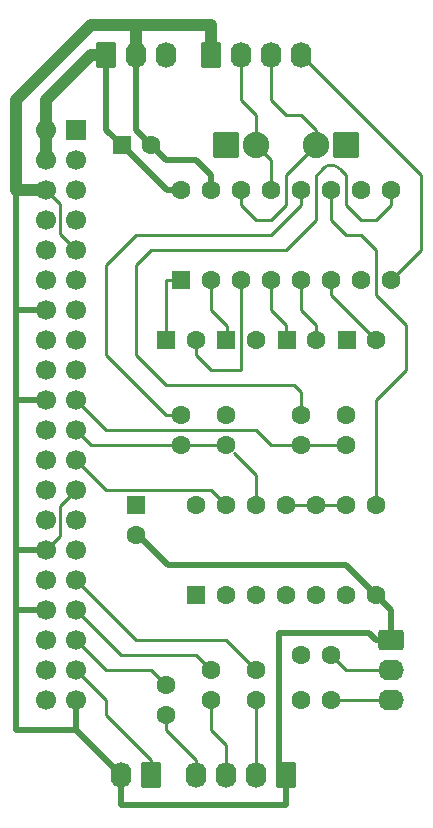
<source format=gbr>
%TF.GenerationSoftware,KiCad,Pcbnew,9.0.4-9.0.4-0~ubuntu24.04.1*%
%TF.CreationDate,2025-08-22T14:39:44+02:00*%
%TF.ProjectId,v10-3,7631302d-332e-46b6-9963-61645f706362,rev?*%
%TF.SameCoordinates,Original*%
%TF.FileFunction,Copper,L2,Bot*%
%TF.FilePolarity,Positive*%
%FSLAX46Y46*%
G04 Gerber Fmt 4.6, Leading zero omitted, Abs format (unit mm)*
G04 Created by KiCad (PCBNEW 9.0.4-9.0.4-0~ubuntu24.04.1) date 2025-08-22 14:39:44*
%MOMM*%
%LPD*%
G01*
G04 APERTURE LIST*
G04 Aperture macros list*
%AMRoundRect*
0 Rectangle with rounded corners*
0 $1 Rounding radius*
0 $2 $3 $4 $5 $6 $7 $8 $9 X,Y pos of 4 corners*
0 Add a 4 corners polygon primitive as box body*
4,1,4,$2,$3,$4,$5,$6,$7,$8,$9,$2,$3,0*
0 Add four circle primitives for the rounded corners*
1,1,$1+$1,$2,$3*
1,1,$1+$1,$4,$5*
1,1,$1+$1,$6,$7*
1,1,$1+$1,$8,$9*
0 Add four rect primitives between the rounded corners*
20,1,$1+$1,$2,$3,$4,$5,0*
20,1,$1+$1,$4,$5,$6,$7,0*
20,1,$1+$1,$6,$7,$8,$9,0*
20,1,$1+$1,$8,$9,$2,$3,0*%
G04 Aperture macros list end*
%TA.AperFunction,ComponentPad*%
%ADD10RoundRect,0.250000X0.550000X-0.550000X0.550000X0.550000X-0.550000X0.550000X-0.550000X-0.550000X0*%
%TD*%
%TA.AperFunction,ComponentPad*%
%ADD11C,1.600000*%
%TD*%
%TA.AperFunction,ComponentPad*%
%ADD12RoundRect,0.250000X-0.845000X0.620000X-0.845000X-0.620000X0.845000X-0.620000X0.845000X0.620000X0*%
%TD*%
%TA.AperFunction,ComponentPad*%
%ADD13O,2.190000X1.740000*%
%TD*%
%TA.AperFunction,ComponentPad*%
%ADD14RoundRect,0.250000X-0.550000X0.550000X-0.550000X-0.550000X0.550000X-0.550000X0.550000X0.550000X0*%
%TD*%
%TA.AperFunction,ComponentPad*%
%ADD15RoundRect,0.250000X0.620000X0.845000X-0.620000X0.845000X-0.620000X-0.845000X0.620000X-0.845000X0*%
%TD*%
%TA.AperFunction,ComponentPad*%
%ADD16O,1.740000X2.190000*%
%TD*%
%TA.AperFunction,ComponentPad*%
%ADD17RoundRect,0.250000X-0.870000X-0.870000X0.870000X-0.870000X0.870000X0.870000X-0.870000X0.870000X0*%
%TD*%
%TA.AperFunction,ComponentPad*%
%ADD18C,2.240000*%
%TD*%
%TA.AperFunction,ComponentPad*%
%ADD19RoundRect,0.250000X-0.550000X-0.550000X0.550000X-0.550000X0.550000X0.550000X-0.550000X0.550000X0*%
%TD*%
%TA.AperFunction,ComponentPad*%
%ADD20RoundRect,0.250000X-0.620000X-0.845000X0.620000X-0.845000X0.620000X0.845000X-0.620000X0.845000X0*%
%TD*%
%TA.AperFunction,ComponentPad*%
%ADD21RoundRect,0.250000X0.870000X0.870000X-0.870000X0.870000X-0.870000X-0.870000X0.870000X-0.870000X0*%
%TD*%
%TA.AperFunction,ComponentPad*%
%ADD22R,1.700000X1.700000*%
%TD*%
%TA.AperFunction,ComponentPad*%
%ADD23C,1.700000*%
%TD*%
%TA.AperFunction,Conductor*%
%ADD24C,0.500000*%
%TD*%
%TA.AperFunction,Conductor*%
%ADD25C,1.000000*%
%TD*%
%TA.AperFunction,Conductor*%
%ADD26C,0.250000*%
%TD*%
G04 APERTURE END LIST*
D10*
%TO.P,U2,1,C1+*%
%TO.N,Net-(U2-C1+)*%
X80010000Y-81280000D03*
D11*
%TO.P,U2,2,VS+*%
%TO.N,Net-(U2-VS+)*%
X82550000Y-81280000D03*
%TO.P,U2,3,C1-*%
%TO.N,Net-(U2-C1-)*%
X85090000Y-81280000D03*
%TO.P,U2,4,C2+*%
%TO.N,Net-(U2-C2+)*%
X87630000Y-81280000D03*
%TO.P,U2,5,C2-*%
%TO.N,Net-(U2-C2-)*%
X90170000Y-81280000D03*
%TO.P,U2,6,VS-*%
%TO.N,Net-(U2-VS-)*%
X92710000Y-81280000D03*
%TO.P,U2,7,T2OUT*%
%TO.N,unconnected-(U2-T2OUT-Pad7)*%
X95250000Y-81280000D03*
%TO.P,U2,8,R2IN*%
%TO.N,CTS_V10S2*%
X97790000Y-81280000D03*
%TO.P,U2,9,R2OUT*%
%TO.N,Net-(U2-R2OUT)*%
X97790000Y-73660000D03*
%TO.P,U2,10,T2IN*%
%TO.N,unconnected-(U2-T2IN-Pad10)*%
X95250000Y-73660000D03*
%TO.P,U2,11,T1IN*%
%TO.N,Net-(U2-T1IN)*%
X92710000Y-73660000D03*
%TO.P,U2,12,R1OUT*%
%TO.N,Net-(U2-R1OUT)*%
X90170000Y-73660000D03*
%TO.P,U2,13,R1IN*%
%TO.N,RXD_V10D1*%
X87630000Y-73660000D03*
%TO.P,U2,14,T1OUT*%
%TO.N,TXD_V10D2*%
X85090000Y-73660000D03*
%TO.P,U2,15,GND*%
%TO.N,GNDD*%
X82550000Y-73660000D03*
%TO.P,U2,16,VCC*%
%TO.N,+5V*%
X80010000Y-73660000D03*
%TD*%
D10*
%TO.P,U1,1*%
%TO.N,N/C*%
X81280000Y-107950000D03*
D11*
%TO.P,U1,2*%
X83820000Y-107950000D03*
%TO.P,U1,3*%
X86360000Y-107950000D03*
%TO.P,U1,4*%
X88900000Y-107950000D03*
%TO.P,U1,5*%
X91440000Y-107950000D03*
%TO.P,U1,6*%
X93980000Y-107950000D03*
%TO.P,U1,7,GND*%
%TO.N,GNDD*%
X96520000Y-107950000D03*
%TO.P,U1,8*%
%TO.N,Net-(U2-T1IN)*%
X96520000Y-100330000D03*
%TO.P,U1,9*%
%TO.N,Net-(U1-Pad10)*%
X93980000Y-100330000D03*
%TO.P,U1,10*%
X91440000Y-100330000D03*
%TO.P,U1,11*%
X88900000Y-100330000D03*
%TO.P,U1,12*%
%TO.N,RXD*%
X86360000Y-100330000D03*
%TO.P,U1,13*%
%TO.N,TXD*%
X83820000Y-100330000D03*
%TO.P,U1,14,VCC*%
%TO.N,+5V*%
X81280000Y-100330000D03*
%TD*%
D12*
%TO.P,J1,1,Pin_1*%
%TO.N,GNDD*%
X97790000Y-111760000D03*
D13*
%TO.P,J1,2,Pin_2*%
%TO.N,Net-(J1-Pin_2)*%
X97790000Y-114300000D03*
%TO.P,J1,3,Pin_3*%
%TO.N,Net-(J1-Pin_3)*%
X97790000Y-116840000D03*
%TD*%
D14*
%TO.P,C1,1*%
%TO.N,+5V*%
X76200000Y-100330000D03*
D11*
%TO.P,C1,2*%
%TO.N,GNDD*%
X76200000Y-102830000D03*
%TD*%
D15*
%TO.P,J6,1,Pin_1*%
%TO.N,GNDD*%
X88900000Y-123190000D03*
D16*
%TO.P,J6,2,Pin_2*%
%TO.N,LED_Z*%
X86360000Y-123190000D03*
%TO.P,J6,3,Pin_3*%
%TO.N,LED_WB*%
X83820000Y-123190000D03*
%TO.P,J6,4,Pin_4*%
%TO.N,LED_A*%
X81280000Y-123190000D03*
%TD*%
D11*
%TO.P,R7,1*%
%TO.N,Net-(U2-R1OUT)*%
X80010000Y-92710000D03*
%TO.P,R7,2*%
%TO.N,RXD*%
X80010000Y-95250000D03*
%TD*%
D17*
%TO.P,D2,1,K*%
%TO.N,Net-(D2-K)*%
X83820000Y-69850000D03*
D18*
%TO.P,D2,2,A*%
%TO.N,RXD_V10D1*%
X86360000Y-69850000D03*
%TD*%
D11*
%TO.P,R3,1*%
%TO.N,Net-(J2-GPIO19{slash}MISO1)*%
X78740000Y-115570000D03*
%TO.P,R3,2*%
%TO.N,LED_A*%
X78740000Y-118110000D03*
%TD*%
D19*
%TO.P,C5,1*%
%TO.N,Net-(U2-VS+)*%
X83820000Y-86360000D03*
D11*
%TO.P,C5,2*%
%TO.N,GNDD*%
X86320000Y-86360000D03*
%TD*%
%TO.P,R8,1*%
%TO.N,Net-(U2-R2OUT)*%
X90170000Y-92710000D03*
%TO.P,R8,2*%
%TO.N,CTS*%
X90170000Y-95250000D03*
%TD*%
D19*
%TO.P,C3,1*%
%TO.N,+5V*%
X74970000Y-69850000D03*
D11*
%TO.P,C3,2*%
%TO.N,GNDD*%
X77470000Y-69850000D03*
%TD*%
%TO.P,R5,1*%
%TO.N,RXD*%
X83820000Y-95250000D03*
%TO.P,R5,2*%
%TO.N,GNDD*%
X83820000Y-92710000D03*
%TD*%
D20*
%TO.P,J4,1,Pin_1*%
%TO.N,+5V*%
X73660000Y-62230000D03*
D16*
%TO.P,J4,2,Pin_2*%
%TO.N,GNDD*%
X76200000Y-62230000D03*
%TO.P,J4,3,Pin_3*%
%TO.N,RLY_PWR*%
X78740000Y-62230000D03*
%TD*%
D11*
%TO.P,R2,1*%
%TO.N,Net-(D1-K)*%
X90170000Y-113030000D03*
%TO.P,R2,2*%
%TO.N,Net-(J1-Pin_2)*%
X92710000Y-113030000D03*
%TD*%
%TO.P,R6,1*%
%TO.N,CTS*%
X93980000Y-95250000D03*
%TO.P,R6,2*%
%TO.N,GNDD*%
X93980000Y-92710000D03*
%TD*%
%TO.P,R9,1*%
%TO.N,Net-(J2-GCLK2{slash}GPIO6)*%
X86360000Y-114300000D03*
%TO.P,R9,2*%
%TO.N,LED_Z*%
X86360000Y-116840000D03*
%TD*%
%TO.P,R4,1*%
%TO.N,Net-(J2-PWM1{slash}GPIO13)*%
X82550000Y-114300000D03*
%TO.P,R4,2*%
%TO.N,LED_WB*%
X82550000Y-116840000D03*
%TD*%
D20*
%TO.P,J3,1,Pin_1*%
%TO.N,GNDD*%
X82550000Y-62230000D03*
D16*
%TO.P,J3,2,Pin_2*%
%TO.N,RXD_V10D1*%
X85090000Y-62230000D03*
%TO.P,J3,3,Pin_3*%
%TO.N,TXD_V10D2*%
X87630000Y-62230000D03*
%TO.P,J3,4,Pin_4*%
%TO.N,CTS_V10S2*%
X90170000Y-62230000D03*
%TD*%
D21*
%TO.P,D1,1,K*%
%TO.N,Net-(D1-K)*%
X93980000Y-69850000D03*
D18*
%TO.P,D1,2,A*%
%TO.N,TXD_V10D2*%
X91440000Y-69850000D03*
%TD*%
D11*
%TO.P,R1,1*%
%TO.N,Net-(D2-K)*%
X90170000Y-116840000D03*
%TO.P,R1,2*%
%TO.N,Net-(J1-Pin_3)*%
X92710000Y-116840000D03*
%TD*%
D15*
%TO.P,J5,1,Pin_1*%
%TO.N,BTN_PWR*%
X77470000Y-123190000D03*
D16*
%TO.P,J5,2,Pin_2*%
%TO.N,GNDD*%
X74930000Y-123190000D03*
%TD*%
D19*
%TO.P,C6,1*%
%TO.N,GNDD*%
X94020000Y-86360000D03*
D11*
%TO.P,C6,2*%
%TO.N,Net-(U2-VS-)*%
X96520000Y-86360000D03*
%TD*%
D19*
%TO.P,C4,1*%
%TO.N,Net-(U2-C2+)*%
X88940000Y-86360000D03*
D11*
%TO.P,C4,2*%
%TO.N,Net-(U2-C2-)*%
X91440000Y-86360000D03*
%TD*%
D22*
%TO.P,J2,1,3V3*%
%TO.N,N/C*%
X71120000Y-68580000D03*
D23*
%TO.P,J2,2,5V*%
%TO.N,+5V*%
X68580000Y-68580000D03*
%TO.P,J2,3,SDA/GPIO2*%
%TO.N,unconnected-(J2-SDA{slash}GPIO2-Pad3)*%
X71120000Y-71120000D03*
%TO.P,J2,4,5V*%
%TO.N,+5V*%
X68580000Y-71120000D03*
%TO.P,J2,5,SCL/GPIO3*%
%TO.N,unconnected-(J2-SCL{slash}GPIO3-Pad5)*%
X71120000Y-73660000D03*
%TO.P,J2,6,GND*%
%TO.N,GNDD*%
X68580000Y-73660000D03*
%TO.P,J2,7,GCLK0/GPIO4*%
%TO.N,RLY_PWR*%
X71120000Y-76200000D03*
%TO.P,J2,8,GPIO14/TXD*%
%TO.N,unconnected-(J2-GPIO14{slash}TXD-Pad8)*%
X68580000Y-76200000D03*
%TO.P,J2,9,GND*%
%TO.N,GNDD*%
X71120000Y-78740000D03*
%TO.P,J2,10,GPIO15/RXD*%
%TO.N,unconnected-(J2-GPIO15{slash}RXD-Pad10)*%
X68580000Y-78740000D03*
%TO.P,J2,11,GPIO17*%
%TO.N,unconnected-(J2-GPIO17-Pad11)*%
X71120000Y-81280000D03*
%TO.P,J2,12,GPIO18/PWM0*%
%TO.N,unconnected-(J2-GPIO18{slash}PWM0-Pad12)*%
X68580000Y-81280000D03*
%TO.P,J2,13,GPIO27*%
%TO.N,unconnected-(J2-GPIO27-Pad13)*%
X71120000Y-83820000D03*
%TO.P,J2,14,GND*%
%TO.N,GNDD*%
X68580000Y-83820000D03*
%TO.P,J2,15,GPIO22*%
%TO.N,unconnected-(J2-GPIO22-Pad15)*%
X71120000Y-86360000D03*
%TO.P,J2,16,GPIO23*%
%TO.N,unconnected-(J2-GPIO23-Pad16)*%
X68580000Y-86360000D03*
%TO.P,J2,17,3V3*%
%TO.N,+3V3*%
X71120000Y-88900000D03*
%TO.P,J2,18,GPIO24*%
%TO.N,unconnected-(J2-GPIO24-Pad18)*%
X68580000Y-88900000D03*
%TO.P,J2,19,MOSI0/GPIO10*%
%TO.N,CTS*%
X71120000Y-91440000D03*
%TO.P,J2,20,GND*%
%TO.N,GNDD*%
X68580000Y-91440000D03*
%TO.P,J2,21,MISO0/GPIO9*%
%TO.N,RXD*%
X71120000Y-93980000D03*
%TO.P,J2,22,GPIO25*%
%TO.N,unconnected-(J2-GPIO25-Pad22)*%
X68580000Y-93980000D03*
%TO.P,J2,23,SCLK0/GPIO11*%
%TO.N,TXD*%
X71120000Y-96520000D03*
%TO.P,J2,24,~{CE0}/GPIO8*%
%TO.N,unconnected-(J2-~{CE0}{slash}GPIO8-Pad24)*%
X68580000Y-96520000D03*
%TO.P,J2,25,GND*%
%TO.N,GNDD*%
X71120000Y-99060000D03*
%TO.P,J2,26,~{CE1}/GPIO7*%
%TO.N,unconnected-(J2-~{CE1}{slash}GPIO7-Pad26)*%
X68580000Y-99060000D03*
%TO.P,J2,27,ID_SD/GPIO0*%
%TO.N,unconnected-(J2-ID_SD{slash}GPIO0-Pad27)*%
X71120000Y-101600000D03*
%TO.P,J2,28,ID_SC/GPIO1*%
%TO.N,unconnected-(J2-ID_SC{slash}GPIO1-Pad28)*%
X68580000Y-101600000D03*
%TO.P,J2,29,GCLK1/GPIO5*%
%TO.N,unconnected-(J2-GCLK1{slash}GPIO5-Pad29)*%
X71120000Y-104140000D03*
%TO.P,J2,30,GND*%
%TO.N,GNDD*%
X68580000Y-104140000D03*
%TO.P,J2,31,GCLK2/GPIO6*%
%TO.N,Net-(J2-GCLK2{slash}GPIO6)*%
X71120000Y-106680000D03*
%TO.P,J2,32,PWM0/GPIO12*%
%TO.N,unconnected-(J2-PWM0{slash}GPIO12-Pad32)*%
X68580000Y-106680000D03*
%TO.P,J2,33,PWM1/GPIO13*%
%TO.N,Net-(J2-PWM1{slash}GPIO13)*%
X71120000Y-109220000D03*
%TO.P,J2,34,GND*%
%TO.N,GNDD*%
X68580000Y-109220000D03*
%TO.P,J2,35,GPIO19/MISO1*%
%TO.N,Net-(J2-GPIO19{slash}MISO1)*%
X71120000Y-111760000D03*
%TO.P,J2,36,GPIO16*%
%TO.N,unconnected-(J2-GPIO16-Pad36)*%
X68580000Y-111760000D03*
%TO.P,J2,37,GPIO26*%
%TO.N,BTN_PWR*%
X71120000Y-114300000D03*
%TO.P,J2,38,GPIO20/MOSI1*%
%TO.N,unconnected-(J2-GPIO20{slash}MOSI1-Pad38)*%
X68580000Y-114300000D03*
%TO.P,J2,39,GND*%
%TO.N,GNDD*%
X71120000Y-116840000D03*
%TO.P,J2,40,GPIO21/SCLK1*%
%TO.N,unconnected-(J2-GPIO21{slash}SCLK1-Pad40)*%
X68580000Y-116840000D03*
%TD*%
D19*
%TO.P,C2,1*%
%TO.N,Net-(U2-C1+)*%
X78740000Y-86360000D03*
D11*
%TO.P,C2,2*%
%TO.N,Net-(U2-C1-)*%
X81240000Y-86360000D03*
%TD*%
D24*
%TO.N,GNDD*%
X76200000Y-68580000D02*
X77470000Y-69850000D01*
D25*
X76200000Y-59690000D02*
X76200000Y-62230000D01*
D24*
X66040000Y-104140000D02*
X68580000Y-104140000D01*
X97790000Y-111760000D02*
X97790000Y-109220000D01*
D26*
X71120000Y-99060000D02*
X69756000Y-100424000D01*
D24*
X78740000Y-71120000D02*
X81280000Y-71120000D01*
X74930000Y-123190000D02*
X74930000Y-125730000D01*
X66040000Y-83820000D02*
X68580000Y-83820000D01*
X66040000Y-104140000D02*
X66040000Y-109220000D01*
X96520000Y-111760000D02*
X97790000Y-111760000D01*
X82550000Y-72390000D02*
X82550000Y-73660000D01*
X97790000Y-109220000D02*
X96520000Y-107950000D01*
D25*
X68580000Y-73660000D02*
X66040000Y-73660000D01*
D24*
X66040000Y-83820000D02*
X66040000Y-91440000D01*
X76200000Y-62230000D02*
X76200000Y-68580000D01*
D26*
X71120000Y-78740000D02*
X69756000Y-77376000D01*
D25*
X72390000Y-59690000D02*
X76200000Y-59690000D01*
D24*
X66040000Y-109220000D02*
X68580000Y-109220000D01*
X71120000Y-119380000D02*
X71120000Y-116840000D01*
D26*
X69756000Y-77376000D02*
X69756000Y-74836000D01*
D24*
X88265000Y-122555000D02*
X88265000Y-111125000D01*
X66040000Y-119380000D02*
X71120000Y-119380000D01*
X88265000Y-111125000D02*
X95885000Y-111125000D01*
X93980000Y-105410000D02*
X78901729Y-105410000D01*
X71120000Y-119380000D02*
X74930000Y-123190000D01*
D26*
X69756000Y-102964000D02*
X68580000Y-104140000D01*
D24*
X95885000Y-111125000D02*
X96520000Y-111760000D01*
D25*
X66040000Y-73660000D02*
X66040000Y-66040000D01*
D24*
X66040000Y-109220000D02*
X66040000Y-119380000D01*
D25*
X76200000Y-59690000D02*
X82550000Y-59690000D01*
D24*
X66040000Y-73660000D02*
X66040000Y-83820000D01*
X74930000Y-125730000D02*
X88900000Y-125730000D01*
X96520000Y-107950000D02*
X93980000Y-105410000D01*
X88900000Y-125730000D02*
X88900000Y-123190000D01*
D25*
X66040000Y-66040000D02*
X72390000Y-59690000D01*
D24*
X66040000Y-91440000D02*
X66040000Y-104140000D01*
X81280000Y-71120000D02*
X82550000Y-72390000D01*
D26*
X69756000Y-74836000D02*
X68580000Y-73660000D01*
D24*
X77470000Y-69850000D02*
X78740000Y-71120000D01*
D26*
X69756000Y-100424000D02*
X69756000Y-102964000D01*
D24*
X66040000Y-91440000D02*
X68580000Y-91440000D01*
X78901729Y-105410000D02*
X76321729Y-102830000D01*
X88900000Y-123190000D02*
X88265000Y-122555000D01*
D25*
X82550000Y-59690000D02*
X82550000Y-62230000D01*
D24*
X76321729Y-102830000D02*
X76200000Y-102830000D01*
%TO.N,+5V*%
X73660000Y-68540000D02*
X74970000Y-69850000D01*
X78780000Y-73660000D02*
X80010000Y-73660000D01*
D25*
X72390000Y-62230000D02*
X68580000Y-66040000D01*
D24*
X73660000Y-62230000D02*
X73660000Y-68540000D01*
D25*
X68580000Y-66040000D02*
X68580000Y-71120000D01*
D24*
X74970000Y-69850000D02*
X78780000Y-73660000D01*
D25*
X73660000Y-62230000D02*
X72390000Y-62230000D01*
D26*
%TO.N,Net-(U2-C1+)*%
X78740000Y-81280000D02*
X78740000Y-86360000D01*
X80010000Y-81280000D02*
X78740000Y-81280000D01*
%TO.N,Net-(U2-C1-)*%
X81240000Y-87590000D02*
X82550000Y-88900000D01*
X82550000Y-88900000D02*
X85090000Y-88900000D01*
X81240000Y-86360000D02*
X81240000Y-87590000D01*
X85090000Y-88900000D02*
X85090000Y-81280000D01*
%TO.N,Net-(U2-C2-)*%
X90170000Y-83820000D02*
X90170000Y-81280000D01*
X91400000Y-86360000D02*
X91400000Y-85050000D01*
X91400000Y-85050000D02*
X90170000Y-83820000D01*
%TO.N,Net-(U2-C2+)*%
X88900000Y-85090000D02*
X87630000Y-83820000D01*
X88900000Y-86360000D02*
X88900000Y-85090000D01*
X87630000Y-83820000D02*
X87630000Y-81280000D01*
%TO.N,Net-(U2-VS+)*%
X83860000Y-85130000D02*
X83860000Y-86360000D01*
X82550000Y-83820000D02*
X83860000Y-85130000D01*
X82550000Y-81280000D02*
X82550000Y-83820000D01*
%TO.N,Net-(U2-VS-)*%
X96520000Y-86360000D02*
X92710000Y-82550000D01*
X92710000Y-82550000D02*
X92710000Y-81280000D01*
%TO.N,CTS_V10S2*%
X97790000Y-81280000D02*
X100330000Y-78740000D01*
X100330000Y-72390000D02*
X90170000Y-62230000D01*
X100330000Y-78740000D02*
X100330000Y-72390000D01*
%TO.N,TXD_V10D2*%
X86360000Y-76200000D02*
X87630000Y-76200000D01*
X85090000Y-73660000D02*
X85090000Y-74930000D01*
X88900000Y-72390000D02*
X91440000Y-69850000D01*
X88900000Y-74930000D02*
X88900000Y-72390000D01*
X91440000Y-69850000D02*
X91440000Y-68580000D01*
X87630000Y-76200000D02*
X88900000Y-74930000D01*
X85090000Y-74930000D02*
X86360000Y-76200000D01*
X91440000Y-68580000D02*
X90170000Y-67310000D01*
X90170000Y-67310000D02*
X88900000Y-67310000D01*
X87630000Y-66040000D02*
X87630000Y-62230000D01*
X88900000Y-67310000D02*
X87630000Y-66040000D01*
%TO.N,RXD_V10D1*%
X85090000Y-66040000D02*
X85090000Y-62230000D01*
X86360000Y-67310000D02*
X86360000Y-69850000D01*
X85090000Y-66040000D02*
X86360000Y-67310000D01*
X86360000Y-69850000D02*
X87630000Y-71120000D01*
X87630000Y-71120000D02*
X87630000Y-73660000D01*
%TO.N,RXD*%
X71120000Y-93980000D02*
X72390000Y-95250000D01*
X72390000Y-95250000D02*
X80010000Y-95250000D01*
X84455000Y-95885000D02*
X86360000Y-97790000D01*
X86360000Y-97790000D02*
X86360000Y-100330000D01*
X80010000Y-95250000D02*
X83820000Y-95250000D01*
%TO.N,CTS*%
X86360000Y-93980000D02*
X87630000Y-95250000D01*
X71120000Y-91440000D02*
X73660000Y-93980000D01*
X87630000Y-95250000D02*
X93980000Y-95250000D01*
X73660000Y-93980000D02*
X86360000Y-93980000D01*
%TO.N,BTN_PWR*%
X77470000Y-121920000D02*
X77470000Y-123190000D01*
X71120000Y-114300000D02*
X73660000Y-116840000D01*
X73660000Y-116840000D02*
X73660000Y-118110000D01*
X73660000Y-118110000D02*
X77470000Y-121920000D01*
%TO.N,TXD*%
X83820000Y-100330000D02*
X82550000Y-99060000D01*
X73660000Y-99060000D02*
X71120000Y-96520000D01*
X82550000Y-99060000D02*
X73660000Y-99060000D01*
%TO.N,LED_Z*%
X86360000Y-116840000D02*
X86360000Y-123190000D01*
%TO.N,LED_WB*%
X83820000Y-120650000D02*
X82550000Y-119380000D01*
X83820000Y-123190000D02*
X83820000Y-120650000D01*
X82550000Y-119380000D02*
X82550000Y-116840000D01*
%TO.N,LED_A*%
X78740000Y-119380000D02*
X81280000Y-121920000D01*
X81280000Y-121920000D02*
X81280000Y-123190000D01*
X78740000Y-118110000D02*
X78740000Y-119380000D01*
%TO.N,Net-(U2-R1OUT)*%
X87630000Y-77470000D02*
X76200000Y-77470000D01*
X78740000Y-92710000D02*
X80010000Y-92710000D01*
X90170000Y-73660000D02*
X90170000Y-74930000D01*
X90170000Y-74930000D02*
X87630000Y-77470000D01*
X73660000Y-87630000D02*
X78740000Y-92710000D01*
X73660000Y-80010000D02*
X73660000Y-87630000D01*
X76200000Y-77470000D02*
X73660000Y-80010000D01*
%TO.N,Net-(U2-R2OUT)*%
X97790000Y-73660000D02*
X97790000Y-74930000D01*
X95250000Y-76200000D02*
X93980000Y-74930000D01*
X97790000Y-74930000D02*
X96520000Y-76200000D01*
X77470000Y-78740000D02*
X76200000Y-80010000D01*
X93980000Y-72390000D02*
X93417107Y-71827107D01*
X90170000Y-90765261D02*
X90170000Y-92710000D01*
X91440000Y-76200000D02*
X88900000Y-78740000D01*
X89574739Y-90170000D02*
X90170000Y-90765261D01*
X96520000Y-76200000D02*
X95250000Y-76200000D01*
X88900000Y-78740000D02*
X77470000Y-78740000D01*
X92002893Y-71827107D02*
X91440000Y-72390000D01*
X93980000Y-74930000D02*
X93980000Y-72390000D01*
X76200000Y-80010000D02*
X76200000Y-87630000D01*
X76200000Y-87630000D02*
X78740000Y-90170000D01*
X91440000Y-72390000D02*
X91440000Y-76200000D01*
X78740000Y-90170000D02*
X89574739Y-90170000D01*
X93417107Y-71827107D02*
G75*
G03*
X92002893Y-71827107I-707107J-707108D01*
G01*
%TO.N,Net-(U2-T1IN)*%
X99060000Y-85090000D02*
X99060000Y-88900000D01*
X92710000Y-76200000D02*
X93980000Y-77470000D01*
X95250000Y-77470000D02*
X96520000Y-78740000D01*
X96520000Y-82550000D02*
X99060000Y-85090000D01*
X99060000Y-88900000D02*
X96520000Y-91440000D01*
X93980000Y-77470000D02*
X95250000Y-77470000D01*
X92710000Y-73660000D02*
X92710000Y-76200000D01*
X96520000Y-78740000D02*
X96520000Y-82550000D01*
X96520000Y-91440000D02*
X96520000Y-100330000D01*
%TO.N,Net-(U1-Pad10)*%
X88900000Y-100330000D02*
X93980000Y-100330000D01*
%TO.N,Net-(J2-PWM1{slash}GPIO13)*%
X74930000Y-113030000D02*
X81280000Y-113030000D01*
X81280000Y-113030000D02*
X82550000Y-114300000D01*
X71120000Y-109220000D02*
X74930000Y-113030000D01*
%TO.N,Net-(J2-GPIO19{slash}MISO1)*%
X71120000Y-111760000D02*
X73660000Y-114300000D01*
X77470000Y-114300000D02*
X78740000Y-115570000D01*
X73660000Y-114300000D02*
X77470000Y-114300000D01*
%TO.N,Net-(J2-GCLK2{slash}GPIO6)*%
X71120000Y-106680000D02*
X76200000Y-111760000D01*
X76200000Y-111760000D02*
X83820000Y-111760000D01*
X83820000Y-111760000D02*
X86360000Y-114300000D01*
%TO.N,Net-(J1-Pin_2)*%
X92710000Y-113030000D02*
X93980000Y-114300000D01*
X93980000Y-114300000D02*
X97790000Y-114300000D01*
%TO.N,Net-(J1-Pin_3)*%
X92710000Y-116840000D02*
X97790000Y-116840000D01*
%TD*%
M02*

</source>
